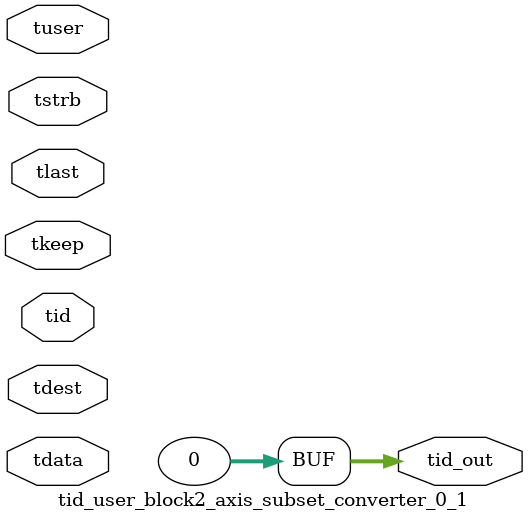
<source format=v>


`timescale 1ps/1ps

module tid_user_block2_axis_subset_converter_0_1 #
(
parameter C_S_AXIS_TID_WIDTH   = 1,
parameter C_S_AXIS_TUSER_WIDTH = 0,
parameter C_S_AXIS_TDATA_WIDTH = 0,
parameter C_S_AXIS_TDEST_WIDTH = 0,
parameter C_M_AXIS_TID_WIDTH   = 32
)
(
input  [(C_S_AXIS_TID_WIDTH   == 0 ? 1 : C_S_AXIS_TID_WIDTH)-1:0       ] tid,
input  [(C_S_AXIS_TDATA_WIDTH == 0 ? 1 : C_S_AXIS_TDATA_WIDTH)-1:0     ] tdata,
input  [(C_S_AXIS_TUSER_WIDTH == 0 ? 1 : C_S_AXIS_TUSER_WIDTH)-1:0     ] tuser,
input  [(C_S_AXIS_TDEST_WIDTH == 0 ? 1 : C_S_AXIS_TDEST_WIDTH)-1:0     ] tdest,
input  [(C_S_AXIS_TDATA_WIDTH/8)-1:0 ] tkeep,
input  [(C_S_AXIS_TDATA_WIDTH/8)-1:0 ] tstrb,
input                                                                    tlast,
output [(C_M_AXIS_TID_WIDTH   == 0 ? 1 : C_M_AXIS_TID_WIDTH)-1:0       ] tid_out
);

assign tid_out = {1'b0};

endmodule


</source>
